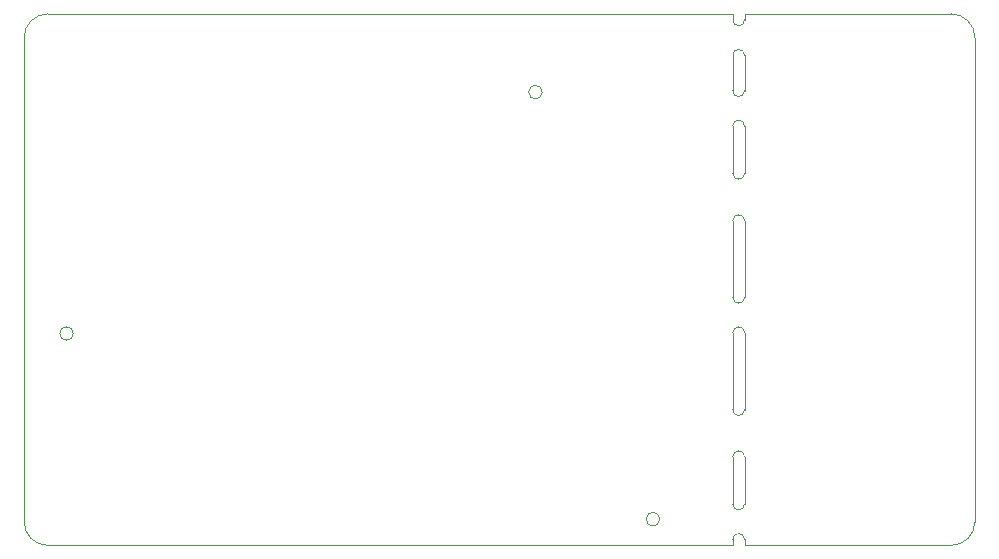
<source format=gbr>
G04 #@! TF.GenerationSoftware,KiCad,Pcbnew,(5.1.7)-1*
G04 #@! TF.CreationDate,2020-12-10T21:45:52+01:00*
G04 #@! TF.ProjectId,lora,6c6f7261-2e6b-4696-9361-645f70636258,v1.0*
G04 #@! TF.SameCoordinates,Original*
G04 #@! TF.FileFunction,Profile,NP*
%FSLAX46Y46*%
G04 Gerber Fmt 4.6, Leading zero omitted, Abs format (unit mm)*
G04 Created by KiCad (PCBNEW (5.1.7)-1) date 2020-12-10 21:45:52*
%MOMM*%
%LPD*%
G01*
G04 APERTURE LIST*
G04 #@! TA.AperFunction,Profile*
%ADD10C,0.050000*%
G04 #@! TD*
G04 APERTURE END LIST*
D10*
X223816000Y-134780000D02*
G75*
G03*
X223816000Y-134780000I-576000J0D01*
G01*
X174166000Y-119060000D02*
G75*
G03*
X174166000Y-119060000I-576000J0D01*
G01*
X213870000Y-98620000D02*
G75*
G03*
X213870000Y-98620000I-576000J0D01*
G01*
X172000000Y-137000000D02*
G75*
G02*
X170000000Y-135000000I0J2000000D01*
G01*
X170000000Y-94000000D02*
G75*
G02*
X172000000Y-92000000I2000000J0D01*
G01*
X250500000Y-135000000D02*
G75*
G02*
X248500000Y-137000000I-2000000J0D01*
G01*
X248500000Y-92000000D02*
G75*
G02*
X250500000Y-94000000I0J-2000000D01*
G01*
X230000000Y-116000000D02*
X230000000Y-110000000D01*
X231000000Y-110000000D02*
X231000000Y-116000000D01*
X230000000Y-102000000D02*
X230000000Y-105000000D01*
X231000000Y-105000000D02*
X231000000Y-102000000D01*
X230000000Y-98500000D02*
X230000000Y-95500000D01*
X231000000Y-95500000D02*
X231000000Y-98500000D01*
X231000000Y-133500000D02*
G75*
G02*
X230000000Y-133500000I-500000J0D01*
G01*
X231000000Y-133500000D02*
X231000000Y-133000000D01*
X230000000Y-133000000D02*
X230000000Y-133500000D01*
X230000000Y-129500000D02*
G75*
G02*
X231000000Y-129500000I500000J0D01*
G01*
X231000000Y-133000000D02*
X231000000Y-129500000D01*
X230000000Y-129500000D02*
X230000000Y-133000000D01*
X231000000Y-125500000D02*
G75*
G02*
X230000000Y-125500000I-500000J0D01*
G01*
X230000000Y-119000000D02*
G75*
G02*
X231000000Y-119000000I500000J0D01*
G01*
X231000000Y-125500000D02*
X231000000Y-119000000D01*
X230000000Y-119000000D02*
X230000000Y-125500000D01*
X231000000Y-116000000D02*
G75*
G02*
X230000000Y-116000000I-500000J0D01*
G01*
X230000000Y-109500000D02*
G75*
G02*
X231000000Y-109500000I500000J0D01*
G01*
X231000000Y-110000000D02*
X231000000Y-109500000D01*
X230000000Y-109500000D02*
X230000000Y-110000000D01*
X231000000Y-105500000D02*
G75*
G02*
X230000000Y-105500000I-500000J0D01*
G01*
X231000000Y-105500000D02*
X231000000Y-105000000D01*
X230000000Y-105000000D02*
X230000000Y-105500000D01*
X230000000Y-101500000D02*
G75*
G02*
X231000000Y-101500000I500000J0D01*
G01*
X231000000Y-102000000D02*
X231000000Y-101500000D01*
X230000000Y-101500000D02*
X230000000Y-102000000D01*
X230000000Y-137000000D02*
X172000000Y-137000000D01*
X248500000Y-137000000D02*
X231000000Y-137000000D01*
X230000000Y-92500000D02*
X230000000Y-92000000D01*
X230000000Y-92000000D02*
X172000000Y-92000000D01*
X248500000Y-92000000D02*
X231000000Y-92000000D01*
X231000000Y-137000000D02*
X231000000Y-136500000D01*
X230000000Y-136500000D02*
X230000000Y-137000000D01*
X230000000Y-136500000D02*
G75*
G02*
X231000000Y-136500000I500000J0D01*
G01*
X230000000Y-95500000D02*
G75*
G02*
X231000000Y-95500000I500000J0D01*
G01*
X231000000Y-98500000D02*
G75*
G02*
X230000000Y-98500000I-500000J0D01*
G01*
X231000000Y-92500000D02*
X231000000Y-92000000D01*
X231000000Y-92500000D02*
G75*
G02*
X230000000Y-92500000I-500000J0D01*
G01*
X250500000Y-94000000D02*
X250500000Y-135000000D01*
X170000000Y-135000000D02*
X170000000Y-94000000D01*
M02*

</source>
